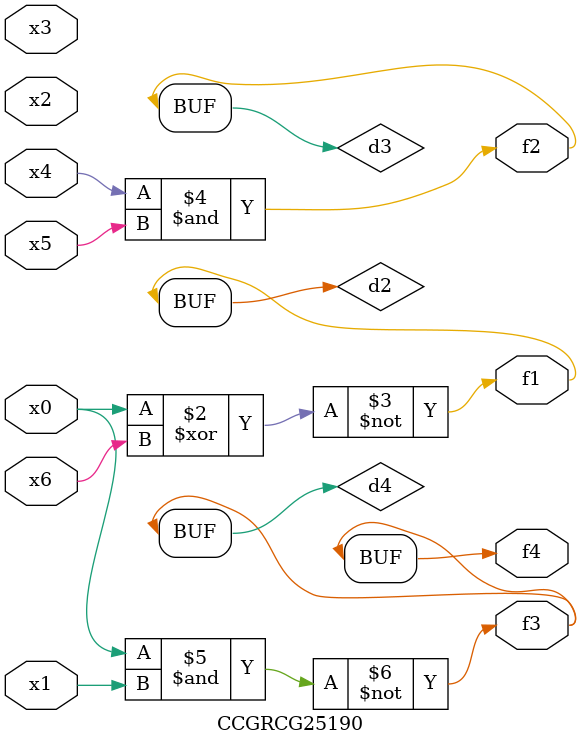
<source format=v>
module CCGRCG25190(
	input x0, x1, x2, x3, x4, x5, x6,
	output f1, f2, f3, f4
);

	wire d1, d2, d3, d4;

	nor (d1, x0);
	xnor (d2, x0, x6);
	and (d3, x4, x5);
	nand (d4, x0, x1);
	assign f1 = d2;
	assign f2 = d3;
	assign f3 = d4;
	assign f4 = d4;
endmodule

</source>
